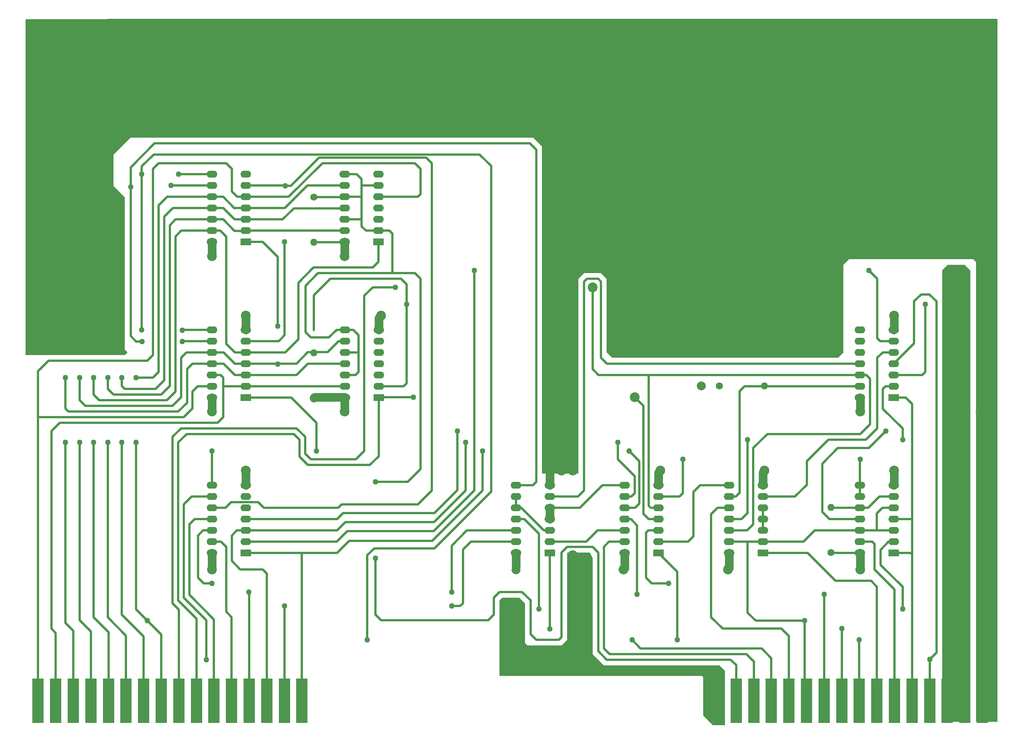
<source format=gbr>
%TF.GenerationSoftware,KiCad,Pcbnew,(6.0.4-0)*%
%TF.CreationDate,2024-04-14T15:13:14+10:00*%
%TF.ProjectId,Accumulator,41636375-6d75-46c6-9174-6f722e6b6963,rev?*%
%TF.SameCoordinates,Original*%
%TF.FileFunction,Copper,L2,Bot*%
%TF.FilePolarity,Positive*%
%FSLAX46Y46*%
G04 Gerber Fmt 4.6, Leading zero omitted, Abs format (unit mm)*
G04 Created by KiCad (PCBNEW (6.0.4-0)) date 2024-04-14 15:13:14*
%MOMM*%
%LPD*%
G01*
G04 APERTURE LIST*
%TA.AperFunction,ComponentPad*%
%ADD10C,2.000000*%
%TD*%
%TA.AperFunction,ConnectorPad*%
%ADD11R,2.540000X10.000000*%
%TD*%
%TA.AperFunction,ComponentPad*%
%ADD12C,1.600000*%
%TD*%
%TA.AperFunction,ComponentPad*%
%ADD13O,1.600000X1.600000*%
%TD*%
%TA.AperFunction,ComponentPad*%
%ADD14R,2.400000X1.600000*%
%TD*%
%TA.AperFunction,ComponentPad*%
%ADD15O,2.400000X1.600000*%
%TD*%
%TA.AperFunction,ComponentPad*%
%ADD16C,5.000000*%
%TD*%
%TA.AperFunction,ViaPad*%
%ADD17C,2.200000*%
%TD*%
%TA.AperFunction,ViaPad*%
%ADD18C,1.270000*%
%TD*%
%TA.AperFunction,Conductor*%
%ADD19C,1.905000*%
%TD*%
%TA.AperFunction,Conductor*%
%ADD20C,0.500000*%
%TD*%
G04 APERTURE END LIST*
D10*
%TO.P,C1,1*%
%TO.N,+5V*%
X246300000Y-141100000D03*
%TO.P,C1,2*%
%TO.N,GND*%
X246300000Y-133600000D03*
%TD*%
%TO.P,C4,1*%
%TO.N,+5V*%
X301600000Y-146850000D03*
%TO.P,C4,2*%
%TO.N,GND*%
X309100000Y-146850000D03*
%TD*%
D11*
%TO.P,J1,1*%
%TO.N,GND*%
X309586400Y-211950000D03*
%TO.P,J1,2*%
%TO.N,+5V*%
X305624000Y-211950000D03*
%TO.P,J1,3*%
X301661600Y-211950000D03*
%TO.P,J1,4*%
%TO.N,A-BUS*%
X297699200Y-211950000D03*
%TO.P,J1,5*%
%TO.N,B-BUS*%
X293736800Y-211950000D03*
%TO.P,J1,6*%
%TO.N,C-BUS*%
X289774400Y-211950000D03*
%TO.P,J1,7*%
%TO.N,D-BUS*%
X285812000Y-211950000D03*
%TO.P,J1,8*%
%TO.N,~{T13.RAR}*%
X281849600Y-211950000D03*
%TO.P,J1,9*%
%TO.N,MCP*%
X277887200Y-211950000D03*
%TO.P,J1,10*%
%TO.N,~{IOT_Shift}*%
X273924800Y-211950000D03*
%TO.P,J1,11*%
%TO.N,AC0*%
X269962400Y-211950000D03*
%TO.P,J1,12*%
%TO.N,T2-9*%
X266000000Y-211950000D03*
%TO.P,J1,13*%
%TO.N,T1*%
X262037600Y-211950000D03*
%TO.P,J1,14*%
%TO.N,~{T2-9(TAD+IAC+CMA})*%
X258075200Y-211950000D03*
%TO.P,J1,15*%
%TO.N,AC=0*%
X254112800Y-211950000D03*
%TO.P,J1,16*%
%TO.N,GND*%
X250150400Y-211950000D03*
%TD*%
D12*
%TO.P,R1,1*%
%TO.N,AC=0*%
X159000000Y-98550000D03*
D13*
%TO.P,R1,2*%
%TO.N,+5V*%
X159000000Y-108710000D03*
%TD*%
D12*
%TO.P,R2,1*%
%TO.N,+5V*%
X250345000Y-141115000D03*
D13*
%TO.P,R2,2*%
%TO.N,Net-(R2-Pad2)*%
X260505000Y-141115000D03*
%TD*%
D12*
%TO.P,R3,1*%
%TO.N,+5V*%
X275500000Y-178610000D03*
D13*
%TO.P,R3,2*%
%TO.N,Net-(R3-Pad2)*%
X275500000Y-168450000D03*
%TD*%
D12*
%TO.P,R4,1*%
%TO.N,+5V*%
X159000000Y-143750000D03*
D13*
%TO.P,R4,2*%
%TO.N,AC4*%
X159000000Y-133590000D03*
%TD*%
D14*
%TO.P,U1,1,Ds*%
%TO.N,AC4*%
X143620000Y-108690000D03*
D15*
%TO.P,U1,2,P0*%
%TO.N,AC2*%
X143620000Y-106150000D03*
%TO.P,U1,3,P1*%
%TO.N,AC1*%
X143620000Y-103610000D03*
%TO.P,U1,4,P2*%
%TO.N,AC0*%
X143620000Y-101070000D03*
%TO.P,U1,5,P3*%
%TO.N,AC7*%
X143620000Y-98530000D03*
%TO.P,U1,6,Mode*%
%TO.N,RAL*%
X143620000Y-95990000D03*
%TO.P,U1,7,GND*%
%TO.N,GND*%
X143620000Y-93450000D03*
%TO.P,U1,8,Cp2.Lshift*%
%TO.N,T1*%
X136000000Y-93450000D03*
%TO.P,U1,9,Cp1.Rshift*%
%TO.N,CPA*%
X136000000Y-95990000D03*
%TO.P,U1,10,Q3*%
%TO.N,AC0*%
X136000000Y-98530000D03*
%TO.P,U1,11,Q2*%
%TO.N,AC1*%
X136000000Y-101070000D03*
%TO.P,U1,12,Q1*%
%TO.N,AC2*%
X136000000Y-103610000D03*
%TO.P,U1,13,Q0*%
%TO.N,AC3*%
X136000000Y-106150000D03*
%TO.P,U1,14,VCC*%
%TO.N,+5V*%
X136000000Y-108690000D03*
%TD*%
D14*
%TO.P,U2,1*%
%TO.N,AC3*%
X173550000Y-108690000D03*
D15*
%TO.P,U2,2*%
%TO.N,AC=0*%
X173550000Y-106150000D03*
%TO.P,U2,3*%
%TO.N,N/C*%
X173550000Y-103610000D03*
%TO.P,U2,4*%
X173550000Y-101070000D03*
%TO.P,U2,5*%
%TO.N,AC7*%
X173550000Y-98530000D03*
%TO.P,U2,6*%
%TO.N,AC=0*%
X173550000Y-95990000D03*
%TO.P,U2,7,GND*%
%TO.N,GND*%
X173550000Y-93450000D03*
%TO.P,U2,8*%
%TO.N,AC=0*%
X165930000Y-93450000D03*
%TO.P,U2,9*%
%TO.N,AC0*%
X165930000Y-95990000D03*
%TO.P,U2,10*%
%TO.N,AC=0*%
X165930000Y-98530000D03*
%TO.P,U2,11*%
%TO.N,AC1*%
X165930000Y-101070000D03*
%TO.P,U2,12*%
%TO.N,AC=0*%
X165930000Y-103610000D03*
%TO.P,U2,13*%
%TO.N,AC2*%
X165930000Y-106150000D03*
%TO.P,U2,14,VCC*%
%TO.N,+5V*%
X165930000Y-108690000D03*
%TD*%
D14*
%TO.P,U3,1,Ds*%
%TO.N,Net-(U3-Pad1)*%
X143620000Y-143690000D03*
D15*
%TO.P,U3,2,P0*%
%TO.N,AC6*%
X143620000Y-141150000D03*
%TO.P,U3,3,P1*%
%TO.N,AC5*%
X143620000Y-138610000D03*
%TO.P,U3,4,P2*%
%TO.N,AC4*%
X143620000Y-136070000D03*
%TO.P,U3,5,P3*%
%TO.N,AC3*%
X143620000Y-133530000D03*
%TO.P,U3,6,Mode*%
%TO.N,RAL*%
X143620000Y-130990000D03*
%TO.P,U3,7,GND*%
%TO.N,GND*%
X143620000Y-128450000D03*
%TO.P,U3,8,Cp2.Lshift*%
%TO.N,T1*%
X136000000Y-128450000D03*
%TO.P,U3,9,Cp1.Rshift*%
%TO.N,CPA*%
X136000000Y-130990000D03*
%TO.P,U3,10,Q3*%
%TO.N,AC4*%
X136000000Y-133530000D03*
%TO.P,U3,11,Q2*%
%TO.N,AC5*%
X136000000Y-136070000D03*
%TO.P,U3,12,Q1*%
%TO.N,AC6*%
X136000000Y-138610000D03*
%TO.P,U3,13,Q0*%
%TO.N,AC7*%
X136000000Y-141150000D03*
%TO.P,U3,14,VCC*%
%TO.N,+5V*%
X136000000Y-143690000D03*
%TD*%
D14*
%TO.P,U4,1*%
%TO.N,~{CMA}*%
X173620000Y-143690000D03*
D15*
%TO.P,U4,2*%
%TO.N,Net-(R4-Pad2)*%
X173620000Y-141150000D03*
%TO.P,U4,3*%
%TO.N,N/C*%
X173620000Y-138610000D03*
%TO.P,U4,4*%
X173620000Y-136070000D03*
%TO.P,U4,5*%
X173620000Y-133530000D03*
%TO.P,U4,6*%
X173620000Y-130990000D03*
%TO.P,U4,7,GND*%
%TO.N,GND*%
X173620000Y-128450000D03*
%TO.P,U4,8*%
%TO.N,AC=0*%
X166000000Y-128450000D03*
%TO.P,U4,9*%
%TO.N,AC4*%
X166000000Y-130990000D03*
%TO.P,U4,10*%
%TO.N,AC=0*%
X166000000Y-133530000D03*
%TO.P,U4,11*%
%TO.N,AC5*%
X166000000Y-136070000D03*
%TO.P,U4,12*%
%TO.N,AC=0*%
X166000000Y-138610000D03*
%TO.P,U4,13*%
%TO.N,AC6*%
X166000000Y-141150000D03*
%TO.P,U4,14,VCC*%
%TO.N,+5V*%
X166000000Y-143690000D03*
%TD*%
D14*
%TO.P,U5,1*%
%TO.N,B-BUS*%
X289620000Y-143690000D03*
D15*
%TO.P,U5,2*%
%TO.N,Net-(U5-Pad2)*%
X289620000Y-141150000D03*
%TO.P,U5,3*%
%TO.N,Net-(R4-Pad2)*%
X289620000Y-138610000D03*
%TO.P,U5,4*%
%TO.N,A-BUS*%
X289620000Y-136070000D03*
%TO.P,U5,5*%
%TO.N,Net-(U5-Pad5)*%
X289620000Y-133530000D03*
%TO.P,U5,6*%
%TO.N,Net-(U5-Pad6)*%
X289620000Y-130990000D03*
%TO.P,U5,7,GND*%
%TO.N,GND*%
X289620000Y-128450000D03*
%TO.P,U5,8*%
%TO.N,N/C*%
X282000000Y-128450000D03*
%TO.P,U5,9*%
X282000000Y-130990000D03*
%TO.P,U5,10*%
X282000000Y-133530000D03*
%TO.P,U5,11*%
%TO.N,Net-(U5-Pad11)*%
X282000000Y-136070000D03*
%TO.P,U5,12*%
%TO.N,~{CLA}*%
X282000000Y-138610000D03*
%TO.P,U5,13*%
%TO.N,Net-(R2-Pad2)*%
X282000000Y-141150000D03*
%TO.P,U5,14,VCC*%
%TO.N,+5V*%
X282000000Y-143690000D03*
%TD*%
D14*
%TO.P,U6,1*%
%TO.N,~{AND}*%
X143620000Y-178690000D03*
D15*
%TO.P,U6,2*%
%TO.N,Net-(U5-Pad6)*%
X143620000Y-176150000D03*
%TO.P,U6,3*%
%TO.N,~{DCA}*%
X143620000Y-173610000D03*
%TO.P,U6,4*%
%TO.N,Net-(U10-Pad11)*%
X143620000Y-171070000D03*
%TO.P,U6,5*%
%TO.N,unconnected-(U6-Pad5)*%
X143620000Y-168530000D03*
%TO.P,U6,6*%
%TO.N,unconnected-(U6-Pad6)*%
X143620000Y-165990000D03*
%TO.P,U6,7,GND*%
%TO.N,GND*%
X143620000Y-163450000D03*
%TO.P,U6,8*%
%TO.N,Net-(U3-Pad1)*%
X136000000Y-163450000D03*
%TO.P,U6,9*%
%TO.N,A-BUS*%
X136000000Y-165990000D03*
%TO.P,U6,10*%
%TO.N,RAL*%
X136000000Y-168530000D03*
%TO.P,U6,11*%
%TO.N,~{RAL}*%
X136000000Y-171070000D03*
%TO.P,U6,12*%
%TO.N,Net-(U6-Pad12)*%
X136000000Y-173610000D03*
%TO.P,U6,13*%
%TO.N,~{IAC}*%
X136000000Y-176150000D03*
%TO.P,U6,14,VCC*%
%TO.N,+5V*%
X136000000Y-178690000D03*
%TD*%
D14*
%TO.P,U7,1*%
%TO.N,MCP*%
X212120000Y-178690000D03*
D15*
%TO.P,U7,2*%
%TO.N,Net-(U7-Pad2)*%
X212120000Y-176150000D03*
%TO.P,U7,3*%
%TO.N,Net-(U7-Pad10)*%
X212120000Y-173610000D03*
%TO.P,U7,4*%
%TO.N,Net-(U7-Pad4)*%
X212120000Y-171070000D03*
%TO.P,U7,5*%
X212120000Y-168530000D03*
%TO.P,U7,6*%
%TO.N,Net-(U5-Pad11)*%
X212120000Y-165990000D03*
%TO.P,U7,7,GND*%
%TO.N,GND*%
X212120000Y-163450000D03*
%TO.P,U7,8*%
%TO.N,CPA*%
X204500000Y-163450000D03*
%TO.P,U7,9*%
%TO.N,Net-(U7-Pad10)*%
X204500000Y-165990000D03*
%TO.P,U7,10*%
X204500000Y-168530000D03*
%TO.P,U7,11*%
%TO.N,Net-(U10-Pad2)*%
X204500000Y-171070000D03*
%TO.P,U7,12*%
%TO.N,~{RAR}*%
X204500000Y-173610000D03*
%TO.P,U7,13*%
%TO.N,~{TAD}*%
X204500000Y-176150000D03*
%TO.P,U7,14,VCC*%
%TO.N,+5V*%
X204500000Y-178690000D03*
%TD*%
D14*
%TO.P,U8,1*%
%TO.N,~{T13.RAR}*%
X236620000Y-178690000D03*
D15*
%TO.P,U8,2*%
%TO.N,Net-(U8-Pad2)*%
X236620000Y-176150000D03*
%TO.P,U8,3*%
%TO.N,Net-(U6-Pad12)*%
X236620000Y-173610000D03*
%TO.P,U8,4*%
%TO.N,~{CMA}*%
X236620000Y-171070000D03*
%TO.P,U8,5*%
%TO.N,~{CLA}*%
X236620000Y-168530000D03*
%TO.P,U8,6*%
%TO.N,Net-(U10-Pad8)*%
X236620000Y-165990000D03*
%TO.P,U8,7,GND*%
%TO.N,GND*%
X236620000Y-163450000D03*
%TO.P,U8,8*%
%TO.N,Net-(U7-Pad4)*%
X229000000Y-163450000D03*
%TO.P,U8,9*%
%TO.N,~{DCA}*%
X229000000Y-165990000D03*
%TO.P,U8,10*%
%TO.N,~{AND}*%
X229000000Y-168530000D03*
%TO.P,U8,11*%
%TO.N,~{IOT_Shift}*%
X229000000Y-171070000D03*
%TO.P,U8,12*%
%TO.N,Net-(U7-Pad2)*%
X229000000Y-173610000D03*
%TO.P,U8,13*%
%TO.N,~{T2-9(TAD+IAC+CMA})*%
X229000000Y-176150000D03*
%TO.P,U8,14,VCC*%
%TO.N,+5V*%
X229000000Y-178690000D03*
%TD*%
D14*
%TO.P,U9,1*%
%TO.N,D-BUS*%
X260120000Y-178690000D03*
D15*
%TO.P,U9,2*%
%TO.N,AC0*%
X260120000Y-176150000D03*
%TO.P,U9,3*%
%TO.N,Net-(U9-Pad3)*%
X260120000Y-173610000D03*
%TO.P,U9,4*%
X260120000Y-171070000D03*
%TO.P,U9,5*%
X260120000Y-168530000D03*
%TO.P,U9,6*%
%TO.N,Net-(U5-Pad5)*%
X260120000Y-165990000D03*
%TO.P,U9,7,GND*%
%TO.N,GND*%
X260120000Y-163450000D03*
%TO.P,U9,8*%
%TO.N,Net-(U8-Pad2)*%
X252500000Y-163450000D03*
%TO.P,U9,9*%
%TO.N,Net-(R2-Pad2)*%
X252500000Y-165990000D03*
%TO.P,U9,10*%
%TO.N,T2-9*%
X252500000Y-168530000D03*
%TO.P,U9,11*%
%TO.N,Net-(U5-Pad2)*%
X252500000Y-171070000D03*
%TO.P,U9,12*%
%TO.N,~{CLA}*%
X252500000Y-173610000D03*
%TO.P,U9,13*%
%TO.N,AC0*%
X252500000Y-176150000D03*
%TO.P,U9,14,VCC*%
%TO.N,+5V*%
X252500000Y-178690000D03*
%TD*%
D14*
%TO.P,U10,1*%
%TO.N,B-BUS*%
X289620000Y-178690000D03*
D15*
%TO.P,U10,2*%
%TO.N,Net-(U10-Pad2)*%
X289620000Y-176150000D03*
%TO.P,U10,3*%
%TO.N,AC0*%
X289620000Y-173610000D03*
%TO.P,U10,4*%
%TO.N,B-BUS*%
X289620000Y-171070000D03*
%TO.P,U10,5*%
%TO.N,AC0*%
X289620000Y-168530000D03*
%TO.P,U10,6*%
%TO.N,Net-(R3-Pad2)*%
X289620000Y-165990000D03*
%TO.P,U10,7,GND*%
%TO.N,GND*%
X289620000Y-163450000D03*
%TO.P,U10,8*%
%TO.N,Net-(U10-Pad8)*%
X282000000Y-163450000D03*
%TO.P,U10,9*%
X282000000Y-165990000D03*
%TO.P,U10,10*%
%TO.N,Net-(R3-Pad2)*%
X282000000Y-168530000D03*
%TO.P,U10,11*%
%TO.N,Net-(U10-Pad11)*%
X282000000Y-171070000D03*
%TO.P,U10,12*%
%TO.N,AC0*%
X282000000Y-173610000D03*
%TO.P,U10,13*%
%TO.N,C-BUS*%
X282000000Y-176150000D03*
%TO.P,U10,14,VCC*%
%TO.N,+5V*%
X282000000Y-178690000D03*
%TD*%
D11*
%TO.P,J2,1*%
%TO.N,~{AND}*%
X156300000Y-211950000D03*
%TO.P,J2,2*%
%TO.N,~{TAD}*%
X152337600Y-211950000D03*
%TO.P,J2,3*%
%TO.N,~{DCA}*%
X148375200Y-211950000D03*
%TO.P,J2,4*%
%TO.N,~{RAR}*%
X144412800Y-211950000D03*
%TO.P,J2,5*%
%TO.N,~{IAC}*%
X140450400Y-211950000D03*
%TO.P,J2,6*%
%TO.N,~{RAL}*%
X136488000Y-211950000D03*
%TO.P,J2,7*%
%TO.N,~{CMA}*%
X132525600Y-211950000D03*
%TO.P,J2,8*%
%TO.N,~{CLA}*%
X128563200Y-211950000D03*
%TO.P,J2,9*%
%TO.N,AC0*%
X124600800Y-211950000D03*
%TO.P,J2,10*%
%TO.N,AC1*%
X120638400Y-211950000D03*
%TO.P,J2,11*%
%TO.N,AC2*%
X116676000Y-211950000D03*
%TO.P,J2,12*%
%TO.N,AC3*%
X112713600Y-211950000D03*
%TO.P,J2,13*%
%TO.N,AC4*%
X108751200Y-211950000D03*
%TO.P,J2,14*%
%TO.N,AC5*%
X104788800Y-211950000D03*
%TO.P,J2,15*%
%TO.N,AC6*%
X100826400Y-211950000D03*
%TO.P,J2,16*%
%TO.N,AC7*%
X96864000Y-211950000D03*
%TD*%
D10*
%TO.P,C2,1*%
%TO.N,+5V*%
X301700000Y-182400000D03*
%TO.P,C2,2*%
%TO.N,GND*%
X309200000Y-182400000D03*
%TD*%
%TO.P,C3,1*%
%TO.N,+5V*%
X204500000Y-182450000D03*
%TO.P,C3,2*%
%TO.N,GND*%
X204500000Y-189950000D03*
%TD*%
D16*
%TO.P,H1,1*%
%TO.N,GND*%
X98500000Y-60950000D03*
X188500000Y-60950000D03*
%TD*%
%TO.P,H2,1*%
%TO.N,GND*%
X308500000Y-60950000D03*
X218500000Y-60950000D03*
%TD*%
D17*
%TO.N,GND*%
X214785000Y-160165000D03*
X310035000Y-160165000D03*
X276380000Y-125240000D03*
X217325000Y-179215000D03*
X143665000Y-160165000D03*
X174145000Y-125240000D03*
X212245000Y-160165000D03*
X226215000Y-125240000D03*
X143665000Y-125240000D03*
X289715000Y-125240000D03*
X260505000Y-160165000D03*
X143665000Y-83965000D03*
X310670000Y-125240000D03*
X173510000Y-83965000D03*
X217325000Y-160165000D03*
X289715000Y-160165000D03*
X237010000Y-160165000D03*
X251615000Y-125240000D03*
%TO.N,+5V*%
X282095000Y-182390000D03*
X228755000Y-182390000D03*
X304955000Y-115080000D03*
X252250000Y-182390000D03*
X136045000Y-146830000D03*
X282095000Y-146830000D03*
X136045000Y-182390000D03*
X165890000Y-111905000D03*
X136045000Y-111905000D03*
X165890000Y-146830000D03*
D18*
%TO.N,A-BUS*%
X134775000Y-202710000D03*
X297750000Y-202600000D03*
%TO.N,~{T13.RAR}*%
X281850000Y-198250000D03*
X240850000Y-198250000D03*
%TO.N,MCP*%
X212100000Y-195750000D03*
X277900000Y-195725000D03*
%TO.N,AC0*%
X118900000Y-139210000D03*
X118900000Y-153815000D03*
X269500000Y-193950000D03*
X121500000Y-193950000D03*
%TO.N,T1*%
X120200000Y-93450000D03*
X170970000Y-198265000D03*
X128500000Y-93450000D03*
X129339500Y-128550000D03*
X230660000Y-198265000D03*
X120200000Y-128450000D03*
%TO.N,AC=0*%
X172875000Y-162705000D03*
X172875000Y-179850000D03*
%TO.N,AC5*%
X103025000Y-139210000D03*
X103025000Y-153815000D03*
%TO.N,AC4*%
X106200000Y-153815000D03*
X150800000Y-127650000D03*
X106200000Y-139210000D03*
X150800000Y-136150000D03*
%TO.N,AC3*%
X109375000Y-153815000D03*
X109375000Y-139210000D03*
%TO.N,AC2*%
X112550000Y-153815000D03*
X112550000Y-139210000D03*
%TO.N,AC1*%
X115725000Y-153815000D03*
X115725000Y-139210000D03*
%TO.N,~{CLA}*%
X177320000Y-118890000D03*
D17*
X221770000Y-118890000D03*
%TO.N,~{CMA}*%
X231295000Y-143655000D03*
D18*
X181400000Y-143655000D03*
%TO.N,~{RAR}*%
X144300000Y-187470000D03*
X190020000Y-187470000D03*
%TO.N,~{DCA}*%
X227485000Y-153815000D03*
X193195000Y-153815000D03*
%TO.N,~{TAD}*%
X190020000Y-190645000D03*
X152350000Y-190645000D03*
%TO.N,~{AND}*%
X230025000Y-155720000D03*
X197005000Y-155720000D03*
%TO.N,Net-(R4-Pad2)*%
X296700000Y-122700000D03*
X179860000Y-122700000D03*
%TO.N,RAL*%
X152400000Y-108650000D03*
X152500000Y-96050000D03*
%TO.N,CPA*%
X120300000Y-131050000D03*
X126800000Y-95950000D03*
X117700000Y-96250000D03*
X129339500Y-131050000D03*
%TO.N,Net-(U3-Pad1)*%
X159540000Y-155720000D03*
X136045000Y-155720000D03*
%TO.N,Net-(U5-Pad6)*%
X195100000Y-115080000D03*
X284000000Y-115080000D03*
%TO.N,Net-(U5-Pad2)*%
X291620000Y-153180000D03*
X256695000Y-153180000D03*
%TO.N,Net-(U10-Pad11)*%
X191290000Y-151275000D03*
X287810000Y-151275000D03*
%TO.N,Net-(U6-Pad12)*%
X136045000Y-185565000D03*
X238915000Y-185565000D03*
%TO.N,Net-(U10-Pad2)*%
X209705000Y-191280000D03*
X291620000Y-191280000D03*
%TO.N,Net-(U10-Pad8)*%
X242090000Y-157625000D03*
X282095000Y-157625000D03*
%TO.N,~{IOT_Shift}*%
X273950000Y-188000000D03*
X231800000Y-187950000D03*
%TD*%
D19*
%TO.N,GND*%
X289715000Y-125240000D02*
X289715000Y-128355000D01*
X143620000Y-163450000D02*
X143620000Y-160210000D01*
X173620000Y-125765000D02*
X174145000Y-125240000D01*
X236620000Y-160555000D02*
X237010000Y-160165000D01*
X311590000Y-211950000D02*
X309586400Y-211950000D01*
X173620000Y-128450000D02*
X173620000Y-125765000D01*
X260120000Y-160550000D02*
X260505000Y-160165000D01*
X289715000Y-160165000D02*
X289715000Y-163355000D01*
X289715000Y-128355000D02*
X289620000Y-128450000D01*
X236620000Y-163450000D02*
X236620000Y-160555000D01*
X143620000Y-125285000D02*
X143665000Y-125240000D01*
X309586400Y-211950000D02*
X309586400Y-204166400D01*
X212120000Y-160290000D02*
X212245000Y-160165000D01*
X143620000Y-128450000D02*
X143620000Y-125285000D01*
X212120000Y-163450000D02*
X212120000Y-160290000D01*
X289715000Y-163355000D02*
X289620000Y-163450000D01*
X143620000Y-160210000D02*
X143665000Y-160165000D01*
X260120000Y-163450000D02*
X260120000Y-160550000D01*
%TO.N,+5V*%
X165965000Y-143655000D02*
X166000000Y-143690000D01*
D20*
X159000000Y-108710000D02*
X159020000Y-108730000D01*
D19*
X282095000Y-182390000D02*
X282095000Y-178785000D01*
X165890000Y-146830000D02*
X165890000Y-143800000D01*
X136000000Y-108690000D02*
X136000000Y-111860000D01*
X229000000Y-178690000D02*
X229000000Y-182145000D01*
X159000000Y-143750000D02*
X159095000Y-143655000D01*
X136000000Y-182345000D02*
X136045000Y-182390000D01*
X159095000Y-143655000D02*
X165965000Y-143655000D01*
X165890000Y-143800000D02*
X166000000Y-143690000D01*
X282095000Y-143785000D02*
X282000000Y-143690000D01*
D20*
X159020000Y-108730000D02*
X165890000Y-108730000D01*
D19*
X301661600Y-118373400D02*
X304955000Y-115080000D01*
X252500000Y-182140000D02*
X252250000Y-182390000D01*
X136000000Y-178690000D02*
X136000000Y-182345000D01*
X165930000Y-111865000D02*
X165890000Y-111905000D01*
X301661600Y-211950000D02*
X301661600Y-118373400D01*
X136000000Y-143690000D02*
X136000000Y-146785000D01*
D20*
X275580000Y-178690000D02*
X275500000Y-178610000D01*
X165890000Y-108730000D02*
X165930000Y-108690000D01*
D19*
X229000000Y-182145000D02*
X228755000Y-182390000D01*
X252500000Y-178690000D02*
X252500000Y-182140000D01*
X136000000Y-146785000D02*
X136045000Y-146830000D01*
X204500000Y-178690000D02*
X204500000Y-181880000D01*
D20*
X282000000Y-178690000D02*
X275580000Y-178690000D01*
D19*
X304955000Y-211281000D02*
X305624000Y-211950000D01*
X136000000Y-111860000D02*
X136045000Y-111905000D01*
X282095000Y-146830000D02*
X282095000Y-143785000D01*
X165930000Y-108690000D02*
X165930000Y-111865000D01*
X282095000Y-178785000D02*
X282000000Y-178690000D01*
D20*
%TO.N,A-BUS*%
X299240000Y-201110000D02*
X297750000Y-202600000D01*
X295747500Y-120477500D02*
X297652500Y-120477500D01*
X297699200Y-211950000D02*
X297699200Y-202650800D01*
X131490000Y-165990000D02*
X136000000Y-165990000D01*
X297699200Y-202650800D02*
X297750000Y-202600000D01*
X289620000Y-136070000D02*
X294160000Y-131530000D01*
X129695000Y-188740000D02*
X129695000Y-167785000D01*
X134775000Y-193820000D02*
X129695000Y-188740000D01*
X294160000Y-122065000D02*
X295747500Y-120477500D01*
X134775000Y-202710000D02*
X134775000Y-193820000D01*
X297652500Y-120477500D02*
X299240000Y-122065000D01*
X129695000Y-167785000D02*
X131490000Y-165990000D01*
X299240000Y-122065000D02*
X299240000Y-201110000D01*
X294160000Y-131530000D02*
X294160000Y-122065000D01*
%TO.N,B-BUS*%
X293635000Y-171070000D02*
X293736800Y-171171800D01*
X293415000Y-178690000D02*
X293736800Y-179011800D01*
X289620000Y-171070000D02*
X293635000Y-171070000D01*
X293736800Y-179011800D02*
X293736800Y-211950000D01*
X289620000Y-178690000D02*
X293415000Y-178690000D01*
X293736800Y-145136800D02*
X292290000Y-143690000D01*
X293736800Y-171171800D02*
X293736800Y-145136800D01*
X293736800Y-179011800D02*
X293736800Y-171171800D01*
X292290000Y-143690000D02*
X289620000Y-143690000D01*
%TO.N,C-BUS*%
X284745000Y-176150000D02*
X285270000Y-176675000D01*
X282000000Y-176150000D02*
X284745000Y-176150000D01*
X285270000Y-176675000D02*
X285270000Y-182390000D01*
X285270000Y-182390000D02*
X289774400Y-186894400D01*
X289774400Y-211950000D02*
X289774400Y-187410600D01*
X289774400Y-186894400D02*
X289774400Y-187410600D01*
%TO.N,D-BUS*%
X270240000Y-178690000D02*
X260120000Y-178690000D01*
X284500000Y-184950000D02*
X276500000Y-184950000D01*
X285812000Y-211950000D02*
X285812000Y-186262000D01*
X285812000Y-186262000D02*
X284500000Y-184950000D01*
X276500000Y-184950000D02*
X270240000Y-178690000D01*
%TO.N,~{T13.RAR}*%
X240850000Y-182920000D02*
X240850000Y-198250000D01*
X236620000Y-178690000D02*
X240850000Y-182920000D01*
X281849600Y-198250400D02*
X281850000Y-198250000D01*
X281849600Y-211950000D02*
X281849600Y-198250400D01*
%TO.N,MCP*%
X277887200Y-211950000D02*
X277887200Y-195737800D01*
X277887200Y-195737800D02*
X277900000Y-195725000D01*
X212120000Y-195730000D02*
X212100000Y-195750000D01*
X212120000Y-178690000D02*
X212120000Y-195730000D01*
%TO.N,AC0*%
X256700000Y-192150000D02*
X256700000Y-176150000D01*
X152480000Y-101070000D02*
X157560000Y-95990000D01*
X260120000Y-176150000D02*
X269285000Y-176150000D01*
X124600800Y-197050800D02*
X124600800Y-211950000D01*
X123980000Y-100475000D02*
X125925000Y-98530000D01*
X118900000Y-139210000D02*
X122710000Y-139210000D01*
X118900000Y-190550000D02*
X118900000Y-191280000D01*
X269285000Y-176150000D02*
X271825000Y-173610000D01*
X121500000Y-193950000D02*
X124600800Y-197050800D01*
X285795000Y-169800000D02*
X285795000Y-173610000D01*
X121500000Y-193950000D02*
X118900000Y-191350000D01*
X159550000Y-95990000D02*
X165900000Y-95990000D01*
X136000000Y-98530000D02*
X138545000Y-98530000D01*
X141125000Y-101110000D02*
X141165000Y-101070000D01*
X289620000Y-168530000D02*
X287065000Y-168530000D01*
X256700000Y-176150000D02*
X252500000Y-176150000D01*
X118900000Y-191350000D02*
X118900000Y-190550000D01*
X285795000Y-173610000D02*
X289620000Y-173610000D01*
X125925000Y-98530000D02*
X136000000Y-98530000D01*
X165890000Y-96030000D02*
X165930000Y-95990000D01*
X258500000Y-193950000D02*
X256700000Y-192150000D01*
X271825000Y-173610000D02*
X282000000Y-173610000D01*
X138545000Y-98530000D02*
X141125000Y-101110000D01*
X143620000Y-101070000D02*
X152480000Y-101070000D01*
X287065000Y-168530000D02*
X285795000Y-169800000D01*
X269500000Y-193950000D02*
X258500000Y-193950000D01*
X122710000Y-139210000D02*
X123980000Y-137940000D01*
X123980000Y-137940000D02*
X123980000Y-100475000D01*
X282000000Y-173610000D02*
X285795000Y-173610000D01*
X269500000Y-211487600D02*
X269962400Y-211950000D01*
X141165000Y-101070000D02*
X143620000Y-101070000D01*
X269500000Y-193950000D02*
X269500000Y-211487600D01*
X118900000Y-153815000D02*
X118900000Y-190550000D01*
X260120000Y-176150000D02*
X256700000Y-176150000D01*
X157560000Y-95990000D02*
X159580000Y-95990000D01*
%TO.N,T2-9*%
X251100000Y-195725000D02*
X248500000Y-193125000D01*
X264315000Y-195725000D02*
X251100000Y-195725000D01*
X249920000Y-168530000D02*
X252500000Y-168530000D01*
X248500000Y-169950000D02*
X249920000Y-168530000D01*
X266000000Y-197410000D02*
X264315000Y-195725000D01*
X248500000Y-193125000D02*
X248500000Y-169950000D01*
X266000000Y-211950000D02*
X266000000Y-197410000D01*
%TO.N,T1*%
X198910000Y-91585000D02*
X198910000Y-164892500D01*
X186175000Y-177627500D02*
X172557500Y-177627500D01*
X120200000Y-91650000D02*
X122869520Y-88980480D01*
X120200000Y-93450000D02*
X120200000Y-91650000D01*
X170970000Y-179215000D02*
X170970000Y-198265000D01*
X129439500Y-128450000D02*
X136000000Y-128450000D01*
X230660000Y-198265000D02*
X232565000Y-200170000D01*
X196305480Y-88980480D02*
X198910000Y-91585000D01*
X122869520Y-88980480D02*
X196305480Y-88980480D01*
X128500000Y-93450000D02*
X136000000Y-93450000D01*
X120200000Y-128450000D02*
X120200000Y-93450000D01*
X262037600Y-202337600D02*
X262037600Y-211950000D01*
X198910000Y-164892500D02*
X186175000Y-177627500D01*
X172557500Y-177627500D02*
X170970000Y-179215000D01*
X259870000Y-200170000D02*
X262037600Y-202337600D01*
X232565000Y-200170000D02*
X259870000Y-200170000D01*
X129339500Y-128550000D02*
X129439500Y-128450000D01*
%TO.N,~{T2-9(TAD+IAC+CMA})*%
X258075200Y-211950000D02*
X258075200Y-203125200D01*
X224310000Y-200170000D02*
X224310000Y-177310000D01*
X225470000Y-176150000D02*
X229000000Y-176150000D01*
X256390000Y-201440000D02*
X225580000Y-201440000D01*
X224310000Y-177310000D02*
X225470000Y-176150000D01*
X258075200Y-203125200D02*
X256390000Y-201440000D01*
X225580000Y-201440000D02*
X224310000Y-200170000D01*
%TO.N,AC=0*%
X176685000Y-113810000D02*
X176685000Y-106825000D01*
X183035000Y-116985000D02*
X183035000Y-137940000D01*
X157100000Y-128950000D02*
X157100000Y-118550000D01*
X157100000Y-118550000D02*
X159935000Y-115715000D01*
X184940000Y-193820000D02*
X198275000Y-193820000D01*
X169065000Y-133495000D02*
X169065000Y-137940000D01*
X169700000Y-105150000D02*
X169700000Y-103650000D01*
X169065000Y-137940000D02*
X168395000Y-138610000D01*
X169660000Y-98530000D02*
X169700000Y-98570000D01*
X169065000Y-129685000D02*
X169065000Y-133495000D01*
X252885000Y-202710000D02*
X254112800Y-203937800D01*
X159000000Y-98550000D02*
X159020000Y-98570000D01*
X166000000Y-128450000D02*
X167830000Y-128450000D01*
X167830000Y-128450000D02*
X169065000Y-129685000D01*
X165890000Y-98570000D02*
X165930000Y-98530000D01*
X173550000Y-95990000D02*
X169740000Y-95990000D01*
X165930000Y-103610000D02*
X169660000Y-103610000D01*
X176685000Y-114445000D02*
X176685000Y-113810000D01*
X169030000Y-133530000D02*
X169065000Y-133495000D01*
X169740000Y-95990000D02*
X169700000Y-96030000D01*
X165930000Y-98530000D02*
X169660000Y-98530000D01*
X209070000Y-198265000D02*
X214150000Y-198265000D01*
X183035000Y-137940000D02*
X183035000Y-144925000D01*
X216055000Y-177310000D02*
X221770000Y-177310000D01*
X176010000Y-106150000D02*
X173550000Y-106150000D01*
X180145000Y-162705000D02*
X183035000Y-159815000D01*
X223040000Y-178580000D02*
X223040000Y-200805000D01*
X221770000Y-177310000D02*
X223040000Y-178580000D01*
X158300000Y-130150000D02*
X157100000Y-128950000D01*
X207800000Y-189375000D02*
X207800000Y-196995000D01*
X172875000Y-192550000D02*
X172875000Y-179850000D01*
X184940000Y-193820000D02*
X174145000Y-193820000D01*
X214785000Y-197630000D02*
X214785000Y-178580000D01*
X169700000Y-103650000D02*
X169700000Y-98570000D01*
X165930000Y-93450000D02*
X168600000Y-93450000D01*
X168395000Y-138610000D02*
X166000000Y-138610000D01*
X172875000Y-162705000D02*
X180145000Y-162705000D01*
X159935000Y-115715000D02*
X176685000Y-115715000D01*
X170700000Y-106150000D02*
X169700000Y-105150000D01*
X164092500Y-128450000D02*
X162392500Y-130150000D01*
X198275000Y-193820000D02*
X199545000Y-192550000D01*
X176685000Y-115715000D02*
X181765000Y-115715000D01*
X162392500Y-130150000D02*
X158300000Y-130150000D01*
X176685000Y-113810000D02*
X176685000Y-115715000D01*
X205895000Y-187470000D02*
X207800000Y-189375000D01*
X176685000Y-106825000D02*
X176010000Y-106150000D01*
X224945000Y-202710000D02*
X252885000Y-202710000D01*
X174145000Y-193820000D02*
X172875000Y-192550000D01*
X183035000Y-144925000D02*
X183035000Y-145560000D01*
X166000000Y-128450000D02*
X164092500Y-128450000D01*
X223040000Y-200805000D02*
X224945000Y-202710000D01*
X169660000Y-103610000D02*
X169700000Y-103650000D01*
X168600000Y-93450000D02*
X169700000Y-94550000D01*
X169700000Y-98570000D02*
X169700000Y-96030000D01*
X200815000Y-187470000D02*
X205895000Y-187470000D01*
X207800000Y-196995000D02*
X209070000Y-198265000D01*
X181765000Y-115715000D02*
X183035000Y-116985000D01*
X214785000Y-178580000D02*
X216055000Y-177310000D01*
X254112800Y-203937800D02*
X254112800Y-211950000D01*
X166000000Y-133530000D02*
X169030000Y-133530000D01*
X159020000Y-98570000D02*
X165890000Y-98570000D01*
X169700000Y-94550000D02*
X169700000Y-96030000D01*
X214150000Y-198265000D02*
X214785000Y-197630000D01*
X199545000Y-188740000D02*
X200815000Y-187470000D01*
X183035000Y-159815000D02*
X183035000Y-144925000D01*
X173550000Y-106150000D02*
X170700000Y-106150000D01*
X199545000Y-192550000D02*
X199545000Y-188740000D01*
%TO.N,AC7*%
X131600000Y-146195000D02*
X131600000Y-142385000D01*
X96864000Y-137751000D02*
X99215000Y-135400000D01*
X132835000Y-141150000D02*
X136000000Y-141150000D01*
X160900000Y-90950000D02*
X181765000Y-90950000D01*
X129695000Y-148100000D02*
X131600000Y-146195000D01*
X129695000Y-148100000D02*
X97053000Y-148100000D01*
X183035000Y-92220000D02*
X183035000Y-97935000D01*
X122710000Y-92220000D02*
X123980000Y-90950000D01*
X96864000Y-160611000D02*
X96864000Y-148289000D01*
X182440000Y-98530000D02*
X173550000Y-98530000D01*
X121440000Y-135400000D02*
X122710000Y-134130000D01*
X96864000Y-211950000D02*
X96864000Y-160611000D01*
X96864000Y-148289000D02*
X96864000Y-147911000D01*
X143620000Y-98530000D02*
X153320000Y-98530000D01*
X99215000Y-135400000D02*
X121440000Y-135400000D01*
X183035000Y-97935000D02*
X182440000Y-98530000D01*
X96864000Y-147911000D02*
X96864000Y-137751000D01*
X153320000Y-98530000D02*
X160900000Y-90950000D01*
X131600000Y-142385000D02*
X132835000Y-141150000D01*
X97053000Y-148100000D02*
X96864000Y-147911000D01*
X140490000Y-97300000D02*
X141720000Y-98530000D01*
X123980000Y-90950000D02*
X139220000Y-90950000D01*
X181765000Y-90950000D02*
X183035000Y-92220000D01*
X122710000Y-134130000D02*
X122710000Y-92220000D01*
X139220000Y-90950000D02*
X140490000Y-92220000D01*
X141720000Y-98530000D02*
X143620000Y-98530000D01*
X140490000Y-92220000D02*
X140490000Y-97300000D01*
%TO.N,AC6*%
X138585000Y-141115000D02*
X138585000Y-139210000D01*
X100826400Y-196701400D02*
X99850000Y-195725000D01*
X100826400Y-211950000D02*
X100826400Y-196701400D01*
X143620000Y-141150000D02*
X138620000Y-141150000D01*
X138620000Y-141150000D02*
X138585000Y-141115000D01*
X101755000Y-149370000D02*
X137315000Y-149370000D01*
X137985000Y-138610000D02*
X136000000Y-138610000D01*
X99850000Y-151275000D02*
X101755000Y-149370000D01*
X137315000Y-149370000D02*
X138585000Y-148100000D01*
X143620000Y-141150000D02*
X166000000Y-141150000D01*
X138585000Y-148100000D02*
X138585000Y-141115000D01*
X138585000Y-139210000D02*
X137985000Y-138610000D01*
X99850000Y-195725000D02*
X99850000Y-151275000D01*
%TO.N,AC5*%
X103025000Y-163340000D02*
X103025000Y-163340000D01*
X155060000Y-138610000D02*
X157600000Y-136070000D01*
X128425000Y-146830000D02*
X130400000Y-144855000D01*
X130400000Y-137305000D02*
X131635000Y-136070000D01*
X103660000Y-146830000D02*
X128425000Y-146830000D01*
X138620000Y-136070000D02*
X141160000Y-138610000D01*
X131635000Y-136070000D02*
X136000000Y-136070000D01*
X103025000Y-139210000D02*
X103025000Y-146195000D01*
X157600000Y-136070000D02*
X166000000Y-136070000D01*
X103025000Y-153815000D02*
X103025000Y-194455000D01*
X143620000Y-138610000D02*
X155060000Y-138610000D01*
X141160000Y-138610000D02*
X143620000Y-138610000D01*
X130400000Y-144855000D02*
X130400000Y-137305000D01*
X103025000Y-194455000D02*
X104788800Y-196218800D01*
X104788800Y-196218800D02*
X104788800Y-211950000D01*
X103025000Y-146195000D02*
X103660000Y-146830000D01*
X136000000Y-136070000D02*
X138620000Y-136070000D01*
%TO.N,AC4*%
X130295000Y-133530000D02*
X136000000Y-133530000D01*
X107470000Y-145560000D02*
X127155000Y-145560000D01*
X150800000Y-136150000D02*
X150880000Y-136070000D01*
X138620000Y-133530000D02*
X141160000Y-136070000D01*
X147435000Y-108690000D02*
X143620000Y-108690000D01*
X162080000Y-133495000D02*
X164585000Y-130990000D01*
X106200000Y-193820000D02*
X108751200Y-196371200D01*
X136000000Y-133530000D02*
X138620000Y-133530000D01*
X129060000Y-134765000D02*
X130295000Y-133530000D01*
X108751200Y-196371200D02*
X108751200Y-211950000D01*
X150800000Y-112055000D02*
X147435000Y-108690000D01*
X106200000Y-144290000D02*
X107470000Y-145560000D01*
X141160000Y-136070000D02*
X143620000Y-136070000D01*
X150720000Y-136070000D02*
X150800000Y-136150000D01*
X164585000Y-130990000D02*
X166000000Y-130990000D01*
X157635000Y-133495000D02*
X162080000Y-133495000D01*
X106200000Y-153815000D02*
X106200000Y-193820000D01*
X127155000Y-145560000D02*
X129060000Y-143655000D01*
X150800000Y-127650000D02*
X150800000Y-112055000D01*
X106200000Y-139210000D02*
X106200000Y-144290000D01*
X143620000Y-136070000D02*
X150720000Y-136070000D01*
X155060000Y-136070000D02*
X157635000Y-133495000D01*
X129060000Y-143655000D02*
X129060000Y-134765000D01*
X150880000Y-136070000D02*
X155060000Y-136070000D01*
%TO.N,AC3*%
X141160000Y-133530000D02*
X143620000Y-133530000D01*
X109375000Y-153815000D02*
X109375000Y-193185000D01*
X110645000Y-144290000D02*
X125885000Y-144290000D01*
X129100000Y-106150000D02*
X136000000Y-106150000D01*
X109375000Y-143020000D02*
X110645000Y-144290000D01*
X127790000Y-142385000D02*
X127790000Y-107460000D01*
X125885000Y-144290000D02*
X127790000Y-142385000D01*
X112713600Y-196523600D02*
X112550000Y-196360000D01*
X172240000Y-114445000D02*
X173550000Y-113135000D01*
X152520000Y-133530000D02*
X155500000Y-130550000D01*
X155500000Y-130550000D02*
X155500000Y-117850000D01*
X136000000Y-106150000D02*
X137910000Y-106150000D01*
X127790000Y-107460000D02*
X129100000Y-106150000D01*
X143620000Y-133530000D02*
X152520000Y-133530000D01*
X155500000Y-117850000D02*
X158905000Y-114445000D01*
X139220000Y-107460000D02*
X139220000Y-131590000D01*
X158905000Y-114445000D02*
X172240000Y-114445000D01*
X109375000Y-139210000D02*
X109375000Y-143020000D01*
X173550000Y-113135000D02*
X173550000Y-108690000D01*
X139220000Y-131590000D02*
X141160000Y-133530000D01*
X112713600Y-211950000D02*
X112713600Y-196523600D01*
X137910000Y-106150000D02*
X139220000Y-107460000D01*
X109375000Y-193185000D02*
X112713600Y-196523600D01*
%TO.N,AC2*%
X124615000Y-143020000D02*
X126520000Y-141115000D01*
X116676000Y-197311000D02*
X116676000Y-211950000D01*
X154500000Y-106150000D02*
X165930000Y-106150000D01*
X113820000Y-143020000D02*
X124615000Y-143020000D01*
X112550000Y-153815000D02*
X112550000Y-193185000D01*
X143620000Y-106150000D02*
X154500000Y-106150000D01*
X126520000Y-104920000D02*
X127830000Y-103610000D01*
X127830000Y-103610000D02*
X136000000Y-103610000D01*
X112550000Y-141750000D02*
X113820000Y-143020000D01*
X136000000Y-103610000D02*
X138545000Y-103610000D01*
X143580000Y-106190000D02*
X143620000Y-106150000D01*
X138545000Y-103610000D02*
X141125000Y-106190000D01*
X112550000Y-193185000D02*
X116676000Y-197311000D01*
X112550000Y-139210000D02*
X112550000Y-141750000D01*
X141125000Y-106190000D02*
X143580000Y-106190000D01*
X126520000Y-141115000D02*
X126520000Y-104920000D01*
%TO.N,AC1*%
X136000000Y-101070000D02*
X138545000Y-101070000D01*
X115725000Y-141115000D02*
X116360000Y-141750000D01*
X151940000Y-103610000D02*
X154440000Y-101110000D01*
X125250000Y-139845000D02*
X125250000Y-103015000D01*
X115725000Y-153815000D02*
X115725000Y-192550000D01*
X143620000Y-103610000D02*
X151940000Y-103610000D01*
X115725000Y-192550000D02*
X120638400Y-197463400D01*
X154440000Y-101110000D02*
X165890000Y-101110000D01*
X116360000Y-141750000D02*
X123345000Y-141750000D01*
X141085000Y-103610000D02*
X143620000Y-103610000D01*
X123345000Y-141750000D02*
X125250000Y-139845000D01*
X138545000Y-101070000D02*
X141085000Y-103610000D01*
X165890000Y-101110000D02*
X165930000Y-101070000D01*
X127195000Y-101070000D02*
X136000000Y-101070000D01*
X120638400Y-197463400D02*
X120638400Y-211950000D01*
X115725000Y-139210000D02*
X115725000Y-141115000D01*
X125250000Y-103015000D02*
X127195000Y-101070000D01*
%TO.N,~{CLA}*%
X257965000Y-172230000D02*
X257965000Y-155085000D01*
X282085000Y-151900000D02*
X282095000Y-151910000D01*
X170335000Y-120795000D02*
X172240000Y-118890000D01*
X223075000Y-138610000D02*
X234435000Y-138610000D01*
X221770000Y-118890000D02*
X221770000Y-137305000D01*
X127155000Y-152545000D02*
X129060000Y-150640000D01*
X234880000Y-168530000D02*
X234435000Y-168085000D01*
X261150000Y-151900000D02*
X282085000Y-151900000D01*
X157000000Y-156355000D02*
X158270000Y-157625000D01*
X128563200Y-191418200D02*
X127155000Y-190010000D01*
X155095000Y-150640000D02*
X157000000Y-152545000D01*
X280155000Y-138610000D02*
X282000000Y-138610000D01*
X284300000Y-149705000D02*
X282095000Y-151910000D01*
X172240000Y-118890000D02*
X177320000Y-118890000D01*
X252500000Y-173610000D02*
X256585000Y-173610000D01*
X282000000Y-138610000D02*
X283400000Y-138610000D01*
X284300000Y-139510000D02*
X284300000Y-149705000D01*
X157000000Y-152545000D02*
X157000000Y-156355000D01*
X236620000Y-168530000D02*
X234880000Y-168530000D01*
X221770000Y-137305000D02*
X223075000Y-138610000D01*
X129060000Y-150640000D02*
X155095000Y-150640000D01*
X234435000Y-138610000D02*
X280155000Y-138610000D01*
X168430000Y-157625000D02*
X170335000Y-155720000D01*
X234435000Y-168085000D02*
X234435000Y-138610000D01*
X128563200Y-211950000D02*
X128563200Y-191418200D01*
X256585000Y-173610000D02*
X257965000Y-172230000D01*
X283400000Y-138610000D02*
X284300000Y-139510000D01*
X127155000Y-190010000D02*
X127155000Y-152545000D01*
X158270000Y-157625000D02*
X168430000Y-157625000D01*
X170335000Y-155720000D02*
X170335000Y-120795000D01*
X257965000Y-155085000D02*
X261150000Y-151900000D01*
%TO.N,~{CMA}*%
X173620000Y-156880000D02*
X173620000Y-143690000D01*
X157635000Y-158895000D02*
X171605000Y-158895000D01*
X171605000Y-158895000D02*
X173620000Y-156880000D01*
X128425000Y-153815000D02*
X130330000Y-151910000D01*
X233200000Y-169850000D02*
X233200000Y-145560000D01*
X155730000Y-156990000D02*
X157635000Y-158895000D01*
X132525600Y-193475600D02*
X128425000Y-189375000D01*
X233200000Y-145560000D02*
X231295000Y-143655000D01*
X234420000Y-171070000D02*
X233200000Y-169850000D01*
X173655000Y-143655000D02*
X173620000Y-143690000D01*
X181400000Y-143655000D02*
X173655000Y-143655000D01*
X132525600Y-211950000D02*
X132525600Y-193475600D01*
X154460000Y-151910000D02*
X155730000Y-153180000D01*
X155730000Y-153180000D02*
X155730000Y-156990000D01*
X128425000Y-189375000D02*
X128425000Y-153815000D01*
X130330000Y-151910000D02*
X154460000Y-151910000D01*
X236620000Y-171070000D02*
X234420000Y-171070000D01*
%TO.N,~{RAL}*%
X134665000Y-171070000D02*
X136000000Y-171070000D01*
X136488000Y-211950000D02*
X136488000Y-193628000D01*
X130965000Y-172230000D02*
X132125000Y-171070000D01*
X132125000Y-171070000D02*
X134665000Y-171070000D01*
X136488000Y-193628000D02*
X130965000Y-188105000D01*
X130965000Y-188105000D02*
X130965000Y-172230000D01*
%TO.N,~{IAC}*%
X140450400Y-211950000D02*
X140450400Y-193145400D01*
X140450400Y-193145400D02*
X139220000Y-191915000D01*
X138060000Y-176150000D02*
X136000000Y-176150000D01*
X139220000Y-191915000D02*
X139220000Y-177310000D01*
X139220000Y-177310000D02*
X138060000Y-176150000D01*
%TO.N,~{RAR}*%
X190020000Y-187470000D02*
X190020000Y-177030000D01*
X190020000Y-177030000D02*
X193440000Y-173610000D01*
X144412800Y-187582800D02*
X144300000Y-187470000D01*
X144412800Y-211950000D02*
X144412800Y-187582800D01*
X193440000Y-173610000D02*
X204500000Y-173610000D01*
%TO.N,~{DCA}*%
X143620000Y-173610000D02*
X164240000Y-173610000D01*
X230550000Y-165990000D02*
X229000000Y-165990000D01*
X227485000Y-153815000D02*
X227485000Y-157625000D01*
X140490000Y-174770000D02*
X140490000Y-180485000D01*
X231295000Y-161435000D02*
X231295000Y-165245000D01*
X141650000Y-173610000D02*
X140490000Y-174770000D01*
X193195000Y-164655000D02*
X193195000Y-153815000D01*
X143620000Y-173610000D02*
X141650000Y-173610000D01*
X166100000Y-171750000D02*
X186100000Y-171750000D01*
X227485000Y-157625000D02*
X231295000Y-161435000D01*
X231295000Y-165245000D02*
X230550000Y-165990000D01*
X148375200Y-183290200D02*
X148375200Y-190910200D01*
X186100000Y-171750000D02*
X193195000Y-164655000D01*
X142395000Y-182390000D02*
X147475000Y-182390000D01*
X148375200Y-190910200D02*
X148375200Y-211950000D01*
X147475000Y-182390000D02*
X148375200Y-183290200D01*
X164240000Y-173610000D02*
X166100000Y-171750000D01*
X140490000Y-180485000D02*
X142395000Y-182390000D01*
%TO.N,~{TAD}*%
X194355000Y-176150000D02*
X204500000Y-176150000D01*
X191925000Y-190645000D02*
X192560000Y-190010000D01*
X192560000Y-177945000D02*
X194355000Y-176150000D01*
X190020000Y-190645000D02*
X191925000Y-190645000D01*
X152337600Y-211950000D02*
X152337600Y-190657400D01*
X152337600Y-190657400D02*
X152350000Y-190645000D01*
X192560000Y-190010000D02*
X192560000Y-177945000D01*
%TO.N,~{AND}*%
X164205000Y-178645000D02*
X166900000Y-175950000D01*
X166900000Y-175950000D02*
X185665000Y-175950000D01*
X156300000Y-178645000D02*
X156255000Y-178690000D01*
X232300000Y-157995000D02*
X232300000Y-167550000D01*
X197005000Y-164610000D02*
X197005000Y-155720000D01*
X230025000Y-155720000D02*
X232300000Y-157995000D01*
X185665000Y-175950000D02*
X197005000Y-164610000D01*
X231320000Y-168530000D02*
X229000000Y-168530000D01*
X232300000Y-167550000D02*
X231320000Y-168530000D01*
X156300000Y-211950000D02*
X156300000Y-178645000D01*
X156300000Y-178645000D02*
X164205000Y-178645000D01*
X156255000Y-178690000D02*
X143620000Y-178690000D01*
%TO.N,Net-(R2-Pad2)*%
X256025000Y-141150000D02*
X282000000Y-141150000D01*
X252500000Y-165990000D02*
X254045000Y-165990000D01*
X254900000Y-142275000D02*
X256025000Y-141150000D01*
X254900000Y-165135000D02*
X254900000Y-142275000D01*
X254045000Y-165990000D02*
X254900000Y-165135000D01*
%TO.N,Net-(R3-Pad2)*%
X283890000Y-168530000D02*
X286430000Y-165990000D01*
X282000000Y-168530000D02*
X275580000Y-168530000D01*
X286430000Y-165990000D02*
X289620000Y-165990000D01*
X282000000Y-168530000D02*
X283890000Y-168530000D01*
X275580000Y-168530000D02*
X275500000Y-168450000D01*
%TO.N,Net-(R4-Pad2)*%
X179860000Y-122700000D02*
X179860000Y-140480000D01*
X179860000Y-140480000D02*
X179190000Y-141150000D01*
X296030000Y-138610000D02*
X289620000Y-138610000D01*
X179190000Y-141150000D02*
X173620000Y-141150000D01*
X179860000Y-118255000D02*
X179860000Y-122700000D01*
X178590000Y-116985000D02*
X179860000Y-118255000D01*
X162715000Y-116985000D02*
X178590000Y-116985000D01*
X296700000Y-137940000D02*
X296030000Y-138610000D01*
X159000000Y-128510000D02*
X159000000Y-120700000D01*
X159000000Y-120700000D02*
X162715000Y-116985000D01*
X296700000Y-122700000D02*
X296700000Y-137940000D01*
%TO.N,RAL*%
X146430480Y-167280480D02*
X140329520Y-167280480D01*
X147680000Y-168530000D02*
X146430480Y-167280480D01*
X152400000Y-129650000D02*
X151060000Y-130990000D01*
X185575000Y-164610000D02*
X182400000Y-167785000D01*
X153805000Y-96050000D02*
X160175000Y-89680000D01*
X140329520Y-167280480D02*
X139080000Y-168530000D01*
X152500000Y-96050000D02*
X152440000Y-95990000D01*
X184305000Y-89680000D02*
X185575000Y-90950000D01*
X165255000Y-167785000D02*
X164510000Y-168530000D01*
X160175000Y-89680000D02*
X184305000Y-89680000D01*
X151060000Y-130990000D02*
X143620000Y-130990000D01*
X152500000Y-96050000D02*
X153805000Y-96050000D01*
X139080000Y-168530000D02*
X136000000Y-168530000D01*
X185575000Y-90950000D02*
X185575000Y-164610000D01*
X164510000Y-168530000D02*
X147680000Y-168530000D01*
X152400000Y-108650000D02*
X152400000Y-129650000D01*
X182400000Y-167785000D02*
X165255000Y-167785000D01*
X152440000Y-95990000D02*
X143620000Y-95990000D01*
%TO.N,CPA*%
X208325000Y-163450000D02*
X204500000Y-163450000D01*
X120300000Y-131050000D02*
X118900000Y-131050000D01*
X117700000Y-129850000D02*
X117700000Y-96250000D01*
X117700000Y-91850000D02*
X123045000Y-86505000D01*
X129339500Y-131050000D02*
X129399500Y-130990000D01*
X207655000Y-86505000D02*
X209070000Y-87920000D01*
X118900000Y-131050000D02*
X117700000Y-129850000D01*
X126800000Y-95950000D02*
X126840000Y-95990000D01*
X129399500Y-130990000D02*
X136000000Y-130990000D01*
X126840000Y-95990000D02*
X136000000Y-95990000D01*
X209070000Y-162705000D02*
X208325000Y-163450000D01*
X123045000Y-86505000D02*
X207655000Y-86505000D01*
X209070000Y-87920000D02*
X209070000Y-162705000D01*
X117700000Y-96250000D02*
X117700000Y-91850000D01*
%TO.N,Net-(U3-Pad1)*%
X159540000Y-155720000D02*
X159540000Y-149370000D01*
X136045000Y-163405000D02*
X136000000Y-163450000D01*
X159540000Y-149370000D02*
X153860000Y-143690000D01*
X153860000Y-143690000D02*
X143620000Y-143690000D01*
X136045000Y-155720000D02*
X136045000Y-163405000D01*
%TO.N,Net-(U5-Pad6)*%
X285905000Y-130320000D02*
X285905000Y-116985000D01*
X286575000Y-130990000D02*
X285905000Y-130320000D01*
X289620000Y-130990000D02*
X286575000Y-130990000D01*
X185960000Y-173750000D02*
X195100000Y-164610000D01*
X143620000Y-176150000D02*
X164100000Y-176150000D01*
X285905000Y-116985000D02*
X284000000Y-115080000D01*
X195100000Y-164610000D02*
X195100000Y-115080000D01*
X164100000Y-176150000D02*
X166500000Y-173750000D01*
X166500000Y-173750000D02*
X185960000Y-173750000D01*
%TO.N,Net-(U5-Pad5)*%
X285905000Y-150640000D02*
X285905000Y-134765000D01*
X270030000Y-163340000D02*
X270030000Y-158020000D01*
X285905000Y-134765000D02*
X287140000Y-133530000D01*
X283365000Y-153180000D02*
X285905000Y-150640000D01*
X260120000Y-165990000D02*
X267380000Y-165990000D01*
X287140000Y-133530000D02*
X289620000Y-133530000D01*
X267380000Y-165990000D02*
X270030000Y-163340000D01*
X274870000Y-153180000D02*
X283365000Y-153180000D01*
X270030000Y-158020000D02*
X274870000Y-153180000D01*
%TO.N,Net-(U5-Pad11)*%
X219865000Y-164610000D02*
X218485000Y-165990000D01*
X223675000Y-134765000D02*
X223675000Y-117620000D01*
X218485000Y-165990000D02*
X212120000Y-165990000D01*
X219865000Y-117620000D02*
X219865000Y-164610000D01*
X220500000Y-116985000D02*
X219865000Y-117620000D01*
X282000000Y-136070000D02*
X224980000Y-136070000D01*
X224980000Y-136070000D02*
X223675000Y-134765000D01*
X223675000Y-117620000D02*
X223040000Y-116985000D01*
X223040000Y-116985000D02*
X220500000Y-116985000D01*
%TO.N,Net-(U5-Pad2)*%
X291620000Y-150670000D02*
X291620000Y-153180000D01*
X252500000Y-171070000D02*
X255315000Y-171070000D01*
X287775000Y-141150000D02*
X287175000Y-141750000D01*
X287175000Y-141750000D02*
X287175000Y-146225000D01*
X256695000Y-169690000D02*
X256695000Y-153180000D01*
X255315000Y-171070000D02*
X256695000Y-169690000D01*
X287175000Y-146225000D02*
X291620000Y-150670000D01*
X289620000Y-141150000D02*
X287775000Y-141150000D01*
%TO.N,Net-(U10-Pad11)*%
X284000000Y-155085000D02*
X287810000Y-151275000D01*
X273500000Y-158600000D02*
X277015000Y-155085000D01*
X164180000Y-171070000D02*
X165560000Y-169690000D01*
X275120000Y-171070000D02*
X273500000Y-169450000D01*
X282000000Y-171070000D02*
X275120000Y-171070000D01*
X277015000Y-155085000D02*
X284000000Y-155085000D01*
X186160000Y-169690000D02*
X191290000Y-164560000D01*
X165560000Y-169690000D02*
X186160000Y-169690000D01*
X143620000Y-171070000D02*
X164180000Y-171070000D01*
X191290000Y-164560000D02*
X191290000Y-151275000D01*
X273500000Y-169450000D02*
X273500000Y-158600000D01*
%TO.N,Net-(U6-Pad12)*%
X238915000Y-185565000D02*
X235105000Y-185565000D01*
X235105000Y-185565000D02*
X233835000Y-184295000D01*
X233835000Y-184295000D02*
X233835000Y-174135000D01*
X234360000Y-173610000D02*
X236620000Y-173610000D01*
X134030000Y-173610000D02*
X136000000Y-173610000D01*
X134140000Y-185565000D02*
X132870000Y-184295000D01*
X136045000Y-185565000D02*
X134140000Y-185565000D01*
X233835000Y-174135000D02*
X234360000Y-173610000D01*
X132870000Y-174770000D02*
X134030000Y-173610000D01*
X132870000Y-184295000D02*
X132870000Y-174770000D01*
%TO.N,Net-(U7-Pad4)*%
X218920000Y-168530000D02*
X224000000Y-163450000D01*
X224000000Y-163450000D02*
X229000000Y-163450000D01*
X212120000Y-168530000D02*
X218920000Y-168530000D01*
D19*
X212120000Y-171070000D02*
X212120000Y-168530000D01*
D20*
%TO.N,Net-(U10-Pad2)*%
X291620000Y-191280000D02*
X291620000Y-186320000D01*
X206420000Y-171070000D02*
X209705000Y-174355000D01*
X288450000Y-176150000D02*
X289620000Y-176150000D01*
X209705000Y-174355000D02*
X209705000Y-191280000D01*
X204500000Y-171070000D02*
X206420000Y-171070000D01*
X291620000Y-186320000D02*
X286650000Y-181350000D01*
X286650000Y-181350000D02*
X286650000Y-177950000D01*
X286650000Y-177950000D02*
X288450000Y-176150000D01*
%TO.N,Net-(U7-Pad10)*%
X210760000Y-173610000D02*
X212120000Y-173610000D01*
X205680000Y-168530000D02*
X210760000Y-173610000D01*
X204500000Y-168530000D02*
X204500000Y-165990000D01*
X204500000Y-168530000D02*
X205680000Y-168530000D01*
%TO.N,Net-(U7-Pad2)*%
X220390000Y-176150000D02*
X212120000Y-176150000D01*
X222930000Y-173610000D02*
X220390000Y-176150000D01*
X229000000Y-173610000D02*
X222930000Y-173610000D01*
%TO.N,Net-(U8-Pad2)*%
X243300000Y-176150000D02*
X244500000Y-174950000D01*
X246000000Y-163450000D02*
X252500000Y-163450000D01*
X244500000Y-174950000D02*
X244500000Y-164950000D01*
X244500000Y-164950000D02*
X246000000Y-163450000D01*
X236620000Y-176150000D02*
X243300000Y-176150000D01*
%TO.N,Net-(U10-Pad8)*%
X282000000Y-157720000D02*
X282095000Y-157625000D01*
X242090000Y-157625000D02*
X242090000Y-165245000D01*
X282000000Y-165990000D02*
X282000000Y-163450000D01*
X282000000Y-163450000D02*
X282000000Y-157720000D01*
X241345000Y-165990000D02*
X236620000Y-165990000D01*
X242090000Y-165245000D02*
X241345000Y-165990000D01*
%TO.N,Net-(U9-Pad3)*%
X260120000Y-171070000D02*
X260120000Y-168530000D01*
X260120000Y-173610000D02*
X260120000Y-171070000D01*
%TO.N,~{IOT_Shift}*%
X230420000Y-171070000D02*
X231800000Y-172450000D01*
X273924800Y-211950000D02*
X273924800Y-188025200D01*
X231800000Y-186900000D02*
X231800000Y-187950000D01*
X231800000Y-172450000D02*
X231800000Y-186900000D01*
X273924800Y-208624800D02*
X273850000Y-208550000D01*
X273924800Y-211950000D02*
X273924800Y-208624800D01*
X229000000Y-171070000D02*
X230420000Y-171070000D01*
X273924800Y-188025200D02*
X273950000Y-188000000D01*
%TD*%
%TA.AperFunction,Conductor*%
%TO.N,GND*%
G36*
X221125248Y-178600002D02*
G01*
X221169825Y-178649651D01*
X221756698Y-179823396D01*
X221770000Y-179879745D01*
X221770000Y-201440000D01*
X224310000Y-203980000D01*
X250292810Y-203980000D01*
X250360931Y-204000002D01*
X250381905Y-204016905D01*
X251578095Y-205213095D01*
X251612121Y-205275407D01*
X251615000Y-205302190D01*
X251615000Y-217315500D01*
X251594998Y-217383621D01*
X251541342Y-217430114D01*
X251489000Y-217441500D01*
X248912818Y-217441500D01*
X248844697Y-217421498D01*
X248823723Y-217404595D01*
X246745405Y-215326278D01*
X246711380Y-215263966D01*
X246708500Y-215237183D01*
X246708500Y-206858623D01*
X246708502Y-206857853D01*
X246708921Y-206789254D01*
X246708976Y-206780279D01*
X246700850Y-206751847D01*
X246697272Y-206735085D01*
X246694352Y-206714698D01*
X246693080Y-206705813D01*
X246682451Y-206682436D01*
X246676004Y-206664913D01*
X246671416Y-206648862D01*
X246668949Y-206640229D01*
X246664156Y-206632632D01*
X246653170Y-206615220D01*
X246645030Y-206600135D01*
X246632792Y-206573218D01*
X246616030Y-206553765D01*
X246604927Y-206538761D01*
X246591224Y-206517042D01*
X246584499Y-206511103D01*
X246584496Y-206511099D01*
X246569062Y-206497468D01*
X246557018Y-206485276D01*
X246543573Y-206469673D01*
X246543570Y-206469671D01*
X246537713Y-206462873D01*
X246516165Y-206448906D01*
X246501291Y-206437615D01*
X246488783Y-206426569D01*
X246488782Y-206426568D01*
X246482049Y-206420622D01*
X246455287Y-206408057D01*
X246440309Y-206399737D01*
X246423017Y-206388529D01*
X246423012Y-206388527D01*
X246415485Y-206383648D01*
X246406892Y-206381078D01*
X246406887Y-206381076D01*
X246390880Y-206376289D01*
X246373436Y-206369628D01*
X246358324Y-206362533D01*
X246358322Y-206362532D01*
X246350200Y-206358719D01*
X246341333Y-206357338D01*
X246341332Y-206357338D01*
X246331690Y-206355837D01*
X246320983Y-206354170D01*
X246304268Y-206350387D01*
X246284534Y-206344485D01*
X246284528Y-206344484D01*
X246275934Y-206341914D01*
X246266963Y-206341859D01*
X246266962Y-206341859D01*
X246256903Y-206341798D01*
X246241494Y-206341704D01*
X246240711Y-206341671D01*
X246239614Y-206341500D01*
X246208623Y-206341500D01*
X246207853Y-206341498D01*
X246134215Y-206341048D01*
X246134214Y-206341048D01*
X246130279Y-206341024D01*
X246128935Y-206341408D01*
X246127590Y-206341500D01*
X200941000Y-206341500D01*
X200872879Y-206321498D01*
X200826386Y-206267842D01*
X200815000Y-206215500D01*
X200815000Y-189427190D01*
X200835002Y-189359069D01*
X200851905Y-189338095D01*
X201413095Y-188776905D01*
X201475407Y-188742879D01*
X201502190Y-188740000D01*
X205207810Y-188740000D01*
X205275931Y-188760002D01*
X205296905Y-188776905D01*
X206493095Y-189973095D01*
X206527121Y-190035407D01*
X206530000Y-190062190D01*
X206530000Y-198900000D01*
X207165000Y-199535000D01*
X214785000Y-199535000D01*
X216055000Y-198265000D01*
X216055000Y-178706000D01*
X216075002Y-178637879D01*
X216128658Y-178591386D01*
X216181000Y-178580000D01*
X221057127Y-178580000D01*
X221125248Y-178600002D01*
G37*
%TD.AperFunction*%
%TD*%
%TA.AperFunction,Conductor*%
%TO.N,+5V*%
G36*
X305605931Y-113830002D02*
G01*
X305626905Y-113846905D01*
X306823095Y-115043095D01*
X306857121Y-115105407D01*
X306860000Y-115132190D01*
X306860000Y-216554000D01*
X306839998Y-216622121D01*
X306786342Y-216668614D01*
X306734000Y-216680000D01*
X300636000Y-216680000D01*
X300567879Y-216659998D01*
X300521386Y-216606342D01*
X300510000Y-216554000D01*
X300510000Y-115132190D01*
X300530002Y-115064069D01*
X300546905Y-115043095D01*
X301743095Y-113846905D01*
X301805407Y-113812879D01*
X301832190Y-113810000D01*
X305537810Y-113810000D01*
X305605931Y-113830002D01*
G37*
%TD.AperFunction*%
%TD*%
%TA.AperFunction,Conductor*%
%TO.N,GND*%
G36*
X312933621Y-58478502D02*
G01*
X312980114Y-58532158D01*
X312991500Y-58584500D01*
X312991500Y-216554000D01*
X312971498Y-216622121D01*
X312917842Y-216668614D01*
X312865500Y-216680000D01*
X308256000Y-216680000D01*
X308187879Y-216659998D01*
X308141386Y-216606342D01*
X308130000Y-216554000D01*
X308130000Y-113175000D01*
X307495000Y-112540000D01*
X279555000Y-112540000D01*
X278285000Y-113810000D01*
X278285000Y-133442810D01*
X278264998Y-133510931D01*
X278248095Y-133531905D01*
X277051905Y-134728095D01*
X276989593Y-134762121D01*
X276962810Y-134765000D01*
X226267190Y-134765000D01*
X226199069Y-134744998D01*
X226178095Y-134728095D01*
X224981905Y-133531905D01*
X224947879Y-133469593D01*
X224945000Y-133442810D01*
X224945000Y-116985000D01*
X223675000Y-115715000D01*
X219865000Y-115715000D01*
X218595000Y-116985000D01*
X218595000Y-160674000D01*
X218574998Y-160742121D01*
X218521342Y-160788614D01*
X218469000Y-160800000D01*
X210466000Y-160800000D01*
X210397879Y-160779998D01*
X210351386Y-160726342D01*
X210340000Y-160674000D01*
X210340000Y-87140000D01*
X208435000Y-85235000D01*
X117630000Y-85235000D01*
X113820000Y-89045000D01*
X113820000Y-96030000D01*
X116323095Y-98533095D01*
X116357121Y-98595407D01*
X116360000Y-98622190D01*
X116360000Y-132860000D01*
X116905905Y-133405905D01*
X116939931Y-133468217D01*
X116934866Y-133539032D01*
X116905905Y-133584095D01*
X116396905Y-134093095D01*
X116334593Y-134127121D01*
X116307810Y-134130000D01*
X94134500Y-134130000D01*
X94066379Y-134109998D01*
X94019886Y-134056342D01*
X94008500Y-134004000D01*
X94008500Y-58689166D01*
X94028502Y-58621045D01*
X94082158Y-58574552D01*
X94134135Y-58563167D01*
X130348654Y-58458501D01*
X130349018Y-58458500D01*
X312865500Y-58458500D01*
X312933621Y-58478502D01*
G37*
%TD.AperFunction*%
%TD*%
M02*

</source>
